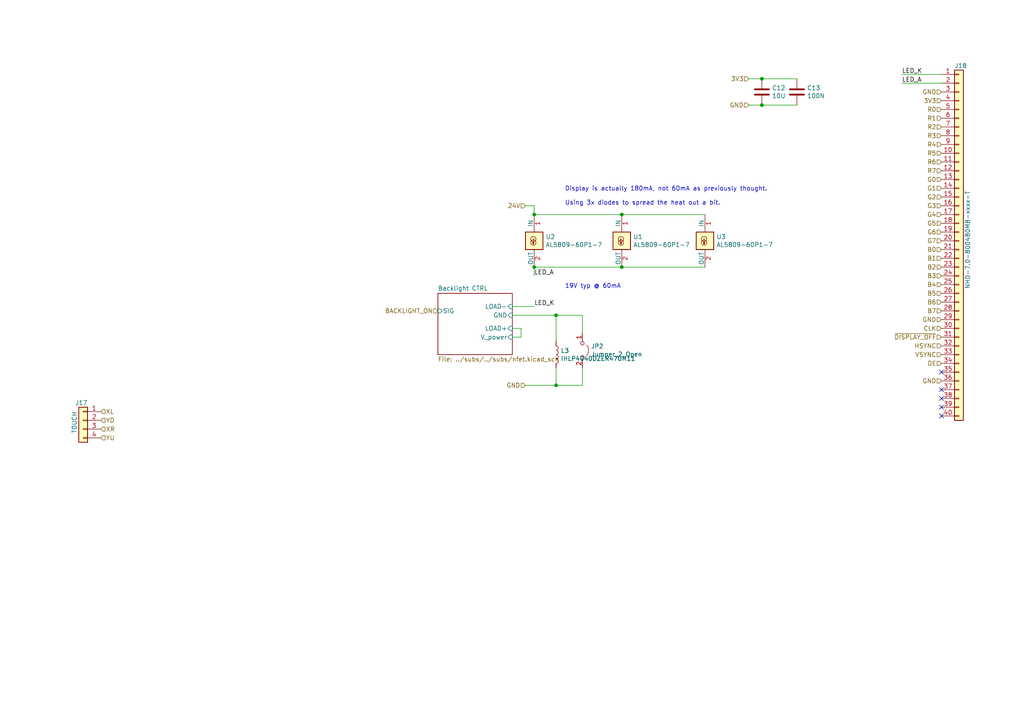
<source format=kicad_sch>
(kicad_sch (version 20211123) (generator eeschema)
  (paper "A4")
  (lib_symbols
    (symbol "Connector_Generic:Conn_01x04" (pin_names (offset 1.016) hide)
      (property "Reference" "J" (at 0 5.08 0))
      (property "Value" "Conn_01x04" (at 0 -7.62 0))
      (symbol "Conn_01x04_1_1"
        (rectangle (start -1.27 -4.953) (end 0 -5.207) (stroke (width 0.1524)))
        (rectangle (start -1.27 -2.413) (end 0 -2.667) (stroke (width 0.1524)))
        (rectangle (start -1.27 0.127) (end 0 -0.127) (stroke (width 0.1524)))
        (rectangle (start -1.27 2.667) (end 0 2.413) (stroke (width 0.1524)))
        (rectangle (start -1.27 3.81) (end 1.27 -6.35) (stroke (width 0.254)) (fill (type background)))
        (pin passive line (at -5.08 2.54 0) (length 3.81) (name "Pin_1") (number "1"))
        (pin passive line (at -5.08 0 0) (length 3.81) (name "Pin_2") (number "2"))
        (pin passive line (at -5.08 -2.54 0) (length 3.81) (name "Pin_3") (number "3"))
        (pin passive line (at -5.08 -5.08 0) (length 3.81) (name "Pin_4") (number "4"))
      )
    )
    (symbol "Connector_Generic:Conn_01x40" (pin_names (offset 1.016) hide)
      (property "Reference" "J" (at 0 50.8 0))
      (property "Value" "Conn_01x40" (at 0 -53.34 0))
      (symbol "Conn_01x40_1_1"
        (rectangle (start -1.27 -50.673) (end 0 -50.927) (stroke (width 0.1524)))
        (rectangle (start -1.27 -48.133) (end 0 -48.387) (stroke (width 0.1524)))
        (rectangle (start -1.27 -45.593) (end 0 -45.847) (stroke (width 0.1524)))
        (rectangle (start -1.27 -43.053) (end 0 -43.307) (stroke (width 0.1524)))
        (rectangle (start -1.27 -40.513) (end 0 -40.767) (stroke (width 0.1524)))
        (rectangle (start -1.27 -37.973) (end 0 -38.227) (stroke (width 0.1524)))
        (rectangle (start -1.27 -35.433) (end 0 -35.687) (stroke (width 0.1524)))
        (rectangle (start -1.27 -32.893) (end 0 -33.147) (stroke (width 0.1524)))
        (rectangle (start -1.27 -30.353) (end 0 -30.607) (stroke (width 0.1524)))
        (rectangle (start -1.27 -27.813) (end 0 -28.067) (stroke (width 0.1524)))
        (rectangle (start -1.27 -25.273) (end 0 -25.527) (stroke (width 0.1524)))
        (rectangle (start -1.27 -22.733) (end 0 -22.987) (stroke (width 0.1524)))
        (rectangle (start -1.27 -20.193) (end 0 -20.447) (stroke (width 0.1524)))
        (rectangle (start -1.27 -17.653) (end 0 -17.907) (stroke (width 0.1524)))
        (rectangle (start -1.27 -15.113) (end 0 -15.367) (stroke (width 0.1524)))
        (rectangle (start -1.27 -12.573) (end 0 -12.827) (stroke (width 0.1524)))
        (rectangle (start -1.27 -10.033) (end 0 -10.287) (stroke (width 0.1524)))
        (rectangle (start -1.27 -7.493) (end 0 -7.747) (stroke (width 0.1524)))
        (rectangle (start -1.27 -4.953) (end 0 -5.207) (stroke (width 0.1524)))
        (rectangle (start -1.27 -2.413) (end 0 -2.667) (stroke (width 0.1524)))
        (rectangle (start -1.27 0.127) (end 0 -0.127) (stroke (width 0.1524)))
        (rectangle (start -1.27 2.667) (end 0 2.413) (stroke (width 0.1524)))
        (rectangle (start -1.27 5.207) (end 0 4.953) (stroke (width 0.1524)))
        (rectangle (start -1.27 7.747) (end 0 7.493) (stroke (width 0.1524)))
        (rectangle (start -1.27 10.287) (end 0 10.033) (stroke (width 0.1524)))
        (rectangle (start -1.27 12.827) (end 0 12.573) (stroke (width 0.1524)))
        (rectangle (start -1.27 15.367) (end 0 15.113) (stroke (width 0.1524)))
        (rectangle (start -1.27 17.907) (end 0 17.653) (stroke (width 0.1524)))
        (rectangle (start -1.27 20.447) (end 0 20.193) (stroke (width 0.1524)))
        (rectangle (start -1.27 22.987) (end 0 22.733) (stroke (width 0.1524)))
        (rectangle (start -1.27 25.527) (end 0 25.273) (stroke (width 0.1524)))
        (rectangle (start -1.27 28.067) (end 0 27.813) (stroke (width 0.1524)))
        (rectangle (start -1.27 30.607) (end 0 30.353) (stroke (width 0.1524)))
        (rectangle (start -1.27 33.147) (end 0 32.893) (stroke (width 0.1524)))
        (rectangle (start -1.27 35.687) (end 0 35.433) (stroke (width 0.1524)))
        (rectangle (start -1.27 38.227) (end 0 37.973) (stroke (width 0.1524)))
        (rectangle (start -1.27 40.767) (end 0 40.513) (stroke (width 0.1524)))
        (rectangle (start -1.27 43.307) (end 0 43.053) (stroke (width 0.1524)))
        (rectangle (start -1.27 45.847) (end 0 45.593) (stroke (width 0.1524)))
        (rectangle (start -1.27 48.387) (end 0 48.133) (stroke (width 0.1524)))
        (rectangle (start -1.27 49.53) (end 1.27 -52.07) (stroke (width 0.254)) (fill (type background)))
        (pin passive line (at -5.08 48.26 0) (length 3.81) (name "Pin_1") (number "1"))
        (pin passive line (at -5.08 25.4 0) (length 3.81) (name "Pin_10") (number "10"))
        (pin passive line (at -5.08 22.86 0) (length 3.81) (name "Pin_11") (number "11"))
        (pin passive line (at -5.08 20.32 0) (length 3.81) (name "Pin_12") (number "12"))
        (pin passive line (at -5.08 17.78 0) (length 3.81) (name "Pin_13") (number "13"))
        (pin passive line (at -5.08 15.24 0) (length 3.81) (name "Pin_14") (number "14"))
        (pin passive line (at -5.08 12.7 0) (length 3.81) (name "Pin_15") (number "15"))
        (pin passive line (at -5.08 10.16 0) (length 3.81) (name "Pin_16") (number "16"))
        (pin passive line (at -5.08 7.62 0) (length 3.81) (name "Pin_17") (number "17"))
        (pin passive line (at -5.08 5.08 0) (length 3.81) (name "Pin_18") (number "18"))
        (pin passive line (at -5.08 2.54 0) (length 3.81) (name "Pin_19") (number "19"))
        (pin passive line (at -5.08 45.72 0) (length 3.81) (name "Pin_2") (number "2"))
        (pin passive line (at -5.08 0 0) (length 3.81) (name "Pin_20") (number "20"))
        (pin passive line (at -5.08 -2.54 0) (length 3.81) (name "Pin_21") (number "21"))
        (pin passive line (at -5.08 -5.08 0) (length 3.81) (name "Pin_22") (number "22"))
        (pin passive line (at -5.08 -7.62 0) (length 3.81) (name "Pin_23") (number "23"))
        (pin passive line (at -5.08 -10.16 0) (length 3.81) (name "Pin_24") (number "24"))
        (pin passive line (at -5.08 -12.7 0) (length 3.81) (name "Pin_25") (number "25"))
        (pin passive line (at -5.08 -15.24 0) (length 3.81) (name "Pin_26") (number "26"))
        (pin passive line (at -5.08 -17.78 0) (length 3.81) (name "Pin_27") (number "27"))
        (pin passive line (at -5.08 -20.32 0) (length 3.81) (name "Pin_28") (number "28"))
        (pin passive line (at -5.08 -22.86 0) (length 3.81) (name "Pin_29") (number "29"))
        (pin passive line (at -5.08 43.18 0) (length 3.81) (name "Pin_3") (number "3"))
        (pin passive line (at -5.08 -25.4 0) (length 3.81) (name "Pin_30") (number "30"))
        (pin passive line (at -5.08 -27.94 0) (length 3.81) (name "Pin_31") (number "31"))
        (pin passive line (at -5.08 -30.48 0) (length 3.81) (name "Pin_32") (number "32"))
        (pin passive line (at -5.08 -33.02 0) (length 3.81) (name "Pin_33") (number "33"))
        (pin passive line (at -5.08 -35.56 0) (length 3.81) (name "Pin_34") (number "34"))
        (pin passive line (at -5.08 -38.1 0) (length 3.81) (name "Pin_35") (number "35"))
        (pin passive line (at -5.08 -40.64 0) (length 3.81) (name "Pin_36") (number "36"))
        (pin passive line (at -5.08 -43.18 0) (length 3.81) (name "Pin_37") (number "37"))
        (pin passive line (at -5.08 -45.72 0) (length 3.81) (name "Pin_38") (number "38"))
        (pin passive line (at -5.08 -48.26 0) (length 3.81) (name "Pin_39") (number "39"))
        (pin passive line (at -5.08 40.64 0) (length 3.81) (name "Pin_4") (number "4"))
        (pin passive line (at -5.08 -50.8 0) (length 3.81) (name "Pin_40") (number "40"))
        (pin passive line (at -5.08 38.1 0) (length 3.81) (name "Pin_5") (number "5"))
        (pin passive line (at -5.08 35.56 0) (length 3.81) (name "Pin_6") (number "6"))
        (pin passive line (at -5.08 33.02 0) (length 3.81) (name "Pin_7") (number "7"))
        (pin passive line (at -5.08 30.48 0) (length 3.81) (name "Pin_8") (number "8"))
        (pin passive line (at -5.08 27.94 0) (length 3.81) (name "Pin_9") (number "9"))
      )
    )
    (symbol "Device:C" (pin_numbers hide) (pin_names (offset 0.254))
      (property "Reference" "C" (at 0.635 2.54 0))
      (property "Value" "C" (at 0.635 -2.54 0))
      (symbol "C_0_1"
        (polyline (pts (xy -2.032 -0.762) (xy 2.032 -0.762)) (stroke (width 0.508)))
        (polyline (pts (xy -2.032 0.762) (xy 2.032 0.762)) (stroke (width 0.508)))
      )
      (symbol "C_1_1"
        (pin passive line (at 0 3.81 270) (length 2.794) (name "~") (number "1"))
        (pin passive line (at 0 -3.81 90) (length 2.794) (name "~") (number "2"))
      )
    )
    (symbol "Device:L" (pin_numbers hide) (pin_names (offset 1.016) hide)
      (property "Reference" "L" (at -1.27 0 90))
      (property "Value" "L" (at 1.905 0 90))
      (symbol "L_0_1"
        (arc (start 0 -2.54) (mid 0.635 -1.905) (end 0 -1.27))
        (arc (start 0 -1.27) (mid 0.635 -0.635) (end 0 0))
        (arc (start 0 0) (mid 0.635 0.635) (end 0 1.27))
        (arc (start 0 1.27) (mid 0.635 1.905) (end 0 2.54))
      )
      (symbol "L_1_1"
        (pin passive line (at 0 3.81 270) (length 1.27) (name "1") (number "1"))
        (pin passive line (at 0 -3.81 90) (length 1.27) (name "2") (number "2"))
      )
    )
    (symbol "Jumper:Jumper_2_Open" (pin_names (offset 0) hide)
      (property "Reference" "JP" (at 0 2.794 0))
      (property "Value" "Jumper_2_Open" (at 0 -2.286 0))
      (symbol "Jumper_2_Open_0_0"
        (circle (center -2.032 0) (radius 0.508))
        (circle (center 2.032 0) (radius 0.508))
      )
      (symbol "Jumper_2_Open_0_1"
        (arc (start 1.524 1.27) (mid 0 1.778) (end -1.524 1.27))
      )
      (symbol "Jumper_2_Open_1_1"
        (pin passive line (at -5.08 0 0) (length 2.54) (name "A") (number "1"))
        (pin passive line (at 5.08 0 180) (length 2.54) (name "B") (number "2"))
      )
    )
    (symbol "william_led:AL5809-60P1-7" (pin_names (offset 0))
      (property "Reference" "U" (at 3.81 3.81 0))
      (property "Value" "AL5809-60P1-7" (at 3.81 1.27 0))
      (symbol "AL5809-60P1-7_0_1"
        (rectangle (start -2.54 2.54) (end 2.54 -2.54) (stroke (width 0.254)) (fill (type background)))
        (circle (center -0.254 -0.508) (radius 0.762))
        (circle (center -0.254 0.508) (radius 0.762))
        (polyline (pts (xy -0.254 0.762) (xy -0.254 -1.016) (xy -0.508 -0.508) (xy 0 -0.508) (xy -0.254 -1.016)) (fill (type outline)))
      )
      (symbol "AL5809-60P1-7_1_1"
        (pin input line (at 0 7.62 270) (length 5.08) (name "IN") (number "1"))
        (pin input line (at 0 -7.62 90) (length 5.08) (name "OUT") (number "2"))
      )
    )
  )
  (junction (at 180.34 77.47))
  (junction (at 161.29 91.44))
  (junction (at 180.34 62.23))
  (junction (at 161.29 111.76))
  (junction (at 220.98 30.48))
  (junction (at 220.98 22.86))
  (junction (at 154.94 62.23))
  (junction (at 154.94 77.47))
  (no_connect (at 273.05 118.11))
  (no_connect (at 273.05 107.95))
  (no_connect (at 273.05 115.57))
  (no_connect (at 273.05 120.65))
  (no_connect (at 273.05 113.03))
  (wire (pts (xy 148.59 88.9) (xy 154.94 88.9)))
  (wire (pts (xy 154.94 59.69) (xy 154.94 62.23)))
  (wire (pts (xy 217.17 30.48) (xy 220.98 30.48)))
  (wire (pts (xy 151.13 97.79) (xy 148.59 97.79)))
  (wire (pts (xy 180.34 62.23) (xy 204.47 62.23)))
  (wire (pts (xy 168.91 91.44) (xy 161.29 91.44)))
  (wire (pts (xy 231.14 22.86) (xy 220.98 22.86)))
  (wire (pts (xy 180.34 77.47) (xy 154.94 77.47)))
  (wire (pts (xy 148.59 91.44) (xy 161.29 91.44)))
  (wire (pts (xy 168.91 96.52) (xy 168.91 91.44)))
  (wire (pts (xy 154.94 62.23) (xy 180.34 62.23)))
  (wire (pts (xy 261.62 24.13) (xy 273.05 24.13)))
  (wire (pts (xy 168.91 106.68) (xy 168.91 111.76)))
  (wire (pts (xy 273.05 21.59) (xy 261.62 21.59)))
  (wire (pts (xy 220.98 30.48) (xy 231.14 30.48)))
  (wire (pts (xy 161.29 91.44) (xy 161.29 99.06)))
  (wire (pts (xy 152.4 59.69) (xy 154.94 59.69)))
  (wire (pts (xy 152.4 111.76) (xy 161.29 111.76)))
  (wire (pts (xy 204.47 77.47) (xy 180.34 77.47)))
  (wire (pts (xy 168.91 111.76) (xy 161.29 111.76)))
  (wire (pts (xy 151.13 95.25) (xy 151.13 97.79)))
  (wire (pts (xy 161.29 106.68) (xy 161.29 111.76)))
  (wire (pts (xy 220.98 22.86) (xy 217.17 22.86)))
  (wire (pts (xy 148.59 95.25) (xy 151.13 95.25)))
  (wire (pts (xy 154.94 77.47) (xy 154.94 80.01)))
  (text "Display is actually 180mA, not 60mA as previously thought.\n\nUsing 3x diodes to spread the heat out a bit." (at 163.83 59.69 0) (effects (font (size 1.27 1.27)) (justify left bottom)))
  (text "19V typ @ 60mA" (at 163.83 83.82 0) (effects (font (size 1.27 1.27)) (justify left bottom)))
  (label "LED_K" (at 154.94 88.9 0))
  (label "LED_A" (at 261.62 24.13 0))
  (label "LED_K" (at 261.62 21.59 0))
  (label "LED_A" (at 154.94 80.01 0))
  (hierarchical_label "B6" (shape input) (at 273.05 87.63 180))
  (hierarchical_label "VSYNC" (shape input) (at 273.05 102.87 180))
  (hierarchical_label "B5" (shape input) (at 273.05 85.09 180))
  (hierarchical_label "B2" (shape input) (at 273.05 77.47 180))
  (hierarchical_label "G6" (shape input) (at 273.05 67.31 180))
  (hierarchical_label "B7" (shape input) (at 273.05 90.17 180))
  (hierarchical_label "G3" (shape input) (at 273.05 59.69 180))
  (hierarchical_label "YD" (shape input) (at 29.21 121.92 0))
  (hierarchical_label "R0" (shape input) (at 273.05 31.75 180))
  (hierarchical_label "DE" (shape input) (at 273.05 105.41 180))
  (hierarchical_label "BACKLIGHT_ON" (shape input) (at 127 90.17 180))
  (hierarchical_label "GND" (shape input) (at 273.05 92.71 180))
  (hierarchical_label "B1" (shape input) (at 273.05 74.93 180))
  (hierarchical_label "GND" (shape input) (at 217.17 30.48 180))
  (hierarchical_label "R3" (shape input) (at 273.05 39.37 180))
  (hierarchical_label "R5" (shape input) (at 273.05 44.45 180))
  (hierarchical_label "CLK" (shape input) (at 273.05 95.25 180))
  (hierarchical_label "G5" (shape input) (at 273.05 64.77 180))
  (hierarchical_label "G7" (shape input) (at 273.05 69.85 180))
  (hierarchical_label "B0" (shape input) (at 273.05 72.39 180))
  (hierarchical_label "3V3" (shape input) (at 273.05 29.21 180))
  (hierarchical_label "XR" (shape input) (at 29.21 124.46 0))
  (hierarchical_label "G2" (shape input) (at 273.05 57.15 180))
  (hierarchical_label "GND" (shape input) (at 273.05 26.67 180))
  (hierarchical_label "G0" (shape input) (at 273.05 52.07 180))
  (hierarchical_label "YU" (shape input) (at 29.21 127 0))
  (hierarchical_label "R7" (shape input) (at 273.05 49.53 180))
  (hierarchical_label "B4" (shape input) (at 273.05 82.55 180))
  (hierarchical_label "R1" (shape input) (at 273.05 34.29 180))
  (hierarchical_label "24V" (shape input) (at 152.4 59.69 180))
  (hierarchical_label "B3" (shape input) (at 273.05 80.01 180))
  (hierarchical_label "3V3" (shape input) (at 217.17 22.86 180))
  (hierarchical_label "R6" (shape input) (at 273.05 46.99 180))
  (hierarchical_label "R4" (shape input) (at 273.05 41.91 180))
  (hierarchical_label "G1" (shape input) (at 273.05 54.61 180))
  (hierarchical_label "GND" (shape input) (at 152.4 111.76 180))
  (hierarchical_label "~{DISPLAY_OFF}" (shape input) (at 273.05 97.79 180))
  (hierarchical_label "XL" (shape input) (at 29.21 119.38 0))
  (hierarchical_label "R2" (shape input) (at 273.05 36.83 180))
  (hierarchical_label "HSYNC" (shape input) (at 273.05 100.33 180))
  (hierarchical_label "G4" (shape input) (at 273.05 62.23 180))
  (hierarchical_label "GND" (shape input) (at 273.05 110.49 180))
  (symbol (lib_id "william_led:AL5809-60P1-7") (at 154.94 69.85 0) (unit 1)
    (property "Reference" "U2" (at 158.242 68.6816 0) (effects (justify left)))
    (property "Value" "AL5809-60P1-7" (at 158.242 70.993 0) (effects (justify left)))
    (property "Footprint" "william_diode:PowerDI123_B" (effects hide))
    (property "Datasheet" "http://ww1.microchip.com/downloads/en/DeviceDoc/20005413A.pdf" (effects hide))
  )
  (symbol (lib_id "Device:C") (at 220.98 26.67 0) (unit 1)
    (property "Reference" "C12" (at 223.901 25.5016 0) (effects (justify left)))
    (property "Value" "10U" (at 223.901 27.813 0) (effects (justify left)))
    (property "Footprint" "Capacitor_SMD:C_0805_2012Metric" (effects hide))
  )
  (symbol (lib_id "Device:C") (at 231.14 26.67 0) (unit 1)
    (property "Reference" "C13" (at 234.061 25.5016 0) (effects (justify left)))
    (property "Value" "100N" (at 234.061 27.813 0) (effects (justify left)))
    (property "Footprint" "Capacitor_SMD:C_0603_1608Metric" (effects hide))
  )
  (symbol (lib_id "Connector_Generic:Conn_01x40") (at 278.13 69.85 0) (unit 1)
    (property "Reference" "J18" (at 276.86 19.05 0) (effects (justify left)))
    (property "Value" "NHD-7.0-800480MB-xxxx-T" (at 280.67 83.82 90) (effects (justify left)))
    (property "Footprint" "william_ffc:0541044031" (effects hide))
    (property "Datasheet" "https://www.molex.com/pdm_docs/sd/541044031_sd.pdf" (effects hide))
    (property "MPN" "0541044031" (effects hide))
  )
  (symbol (lib_id "Connector_Generic:Conn_01x04") (at 24.13 121.92 0) (mirror y) (unit 1)
    (property "Reference" "J17" (at 25.4 116.84 0) (effects (justify left)))
    (property "Value" "TOUCH" (at 21.59 125.73 90) (effects (justify left)))
    (property "Footprint" "william_ffc:SFW4R-2STE1LF" (effects hide))
    (property "MPN" "SFW4R-2STE1LF" (effects hide))
  )
  (symbol (lib_id "Device:L") (at 161.29 102.87 0) (unit 1)
    (property "Reference" "L3" (at 162.6362 101.7016 0) (effects (justify left)))
    (property "Value" "IHLP4040DZER470M11" (at 162.6362 104.013 0) (effects (justify left)))
    (property "Footprint" "william_inductor:L_Taiyo-Yuden_MD-4040" (effects hide))
  )
  (symbol (lib_id "Jumper:Jumper_2_Open") (at 168.91 101.6 270) (unit 1)
    (property "Reference" "JP2" (at 171.3992 100.4316 90) (effects (justify left)))
    (property "Value" "Jumper_2_Open" (at 171.3992 102.743 90) (effects (justify left)))
    (property "Footprint" "Jumper:SolderJumper-2_P1.3mm_Open_TrianglePad1.0x1.5mm" (effects hide))
  )
  (symbol (lib_id "william_led:AL5809-60P1-7") (at 180.34 69.85 0) (unit 1)
    (property "Reference" "U1" (at 183.642 68.6816 0) (effects (justify left)))
    (property "Value" "AL5809-60P1-7" (at 183.642 70.993 0) (effects (justify left)))
    (property "Footprint" "william_diode:PowerDI123_B" (effects hide))
    (property "Datasheet" "http://ww1.microchip.com/downloads/en/DeviceDoc/20005413A.pdf" (effects hide))
  )
  (symbol (lib_id "william_led:AL5809-60P1-7") (at 204.47 69.85 0) (unit 1)
    (property "Reference" "U3" (at 207.772 68.6816 0) (effects (justify left)))
    (property "Value" "AL5809-60P1-7" (at 207.772 70.993 0) (effects (justify left)))
    (property "Footprint" "william_diode:PowerDI123_B" (effects hide))
    (property "Datasheet" "http://ww1.microchip.com/downloads/en/DeviceDoc/20005413A.pdf" (effects hide))
  )
  (sheet (at 127 85.09) (size 21.59 17.78)
    (property "Sheet name" "Backlight CTRL" (at 127 84.3784 0) (effects (justify left bottom)))
    (property "Sheet file" "../subs/../subs/nfet.kicad_sch" (at 127 103.4546 0) (effects (justify left top)))
    (pin "SIG" input (at 127 90.17 180))
    (pin "GND" input (at 148.59 91.44 0))
    (pin "LOAD-" input (at 148.59 88.9 0))
    (pin "LOAD+" input (at 148.59 95.25 0))
    (pin "V_power" input (at 148.59 97.79 0))
  )
)
</source>
